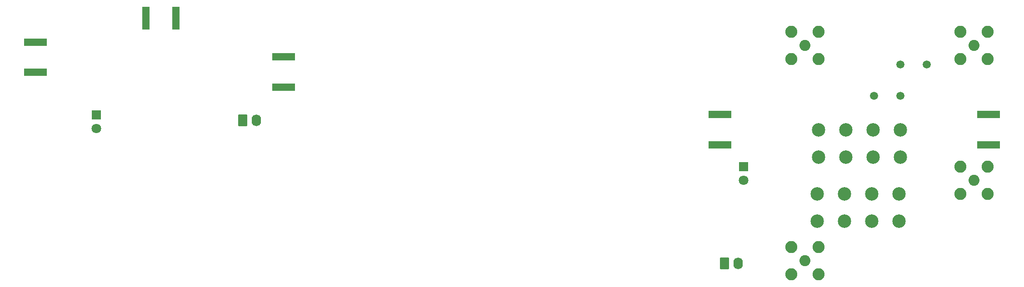
<source format=gbr>
%TF.GenerationSoftware,KiCad,Pcbnew,7.0.6-0*%
%TF.CreationDate,2023-12-30T17:19:21-06:00*%
%TF.ProjectId,MIXER_CORRELATOR,4d495845-525f-4434-9f52-52454c41544f,rev?*%
%TF.SameCoordinates,Original*%
%TF.FileFunction,Soldermask,Bot*%
%TF.FilePolarity,Negative*%
%FSLAX46Y46*%
G04 Gerber Fmt 4.6, Leading zero omitted, Abs format (unit mm)*
G04 Created by KiCad (PCBNEW 7.0.6-0) date 2023-12-30 17:19:21*
%MOMM*%
%LPD*%
G01*
G04 APERTURE LIST*
G04 Aperture macros list*
%AMRoundRect*
0 Rectangle with rounded corners*
0 $1 Rounding radius*
0 $2 $3 $4 $5 $6 $7 $8 $9 X,Y pos of 4 corners*
0 Add a 4 corners polygon primitive as box body*
4,1,4,$2,$3,$4,$5,$6,$7,$8,$9,$2,$3,0*
0 Add four circle primitives for the rounded corners*
1,1,$1+$1,$2,$3*
1,1,$1+$1,$4,$5*
1,1,$1+$1,$6,$7*
1,1,$1+$1,$8,$9*
0 Add four rect primitives between the rounded corners*
20,1,$1+$1,$2,$3,$4,$5,0*
20,1,$1+$1,$4,$5,$6,$7,0*
20,1,$1+$1,$6,$7,$8,$9,0*
20,1,$1+$1,$8,$9,$2,$3,0*%
G04 Aperture macros list end*
%ADD10R,4.200000X1.350000*%
%ADD11R,1.350000X4.200000*%
%ADD12C,1.500000*%
%ADD13RoundRect,0.250000X-0.620000X-0.845000X0.620000X-0.845000X0.620000X0.845000X-0.620000X0.845000X0*%
%ADD14O,1.740000X2.190000*%
%ADD15C,2.500000*%
%ADD16C,2.050000*%
%ADD17C,2.250000*%
%ADD18R,1.800000X1.800000*%
%ADD19C,1.800000*%
G04 APERTURE END LIST*
D10*
%TO.C,J14*%
X217171500Y-76340000D03*
X217171500Y-70690000D03*
%TD*%
D11*
%TO.C,J2*%
X65825000Y-52700000D03*
X60175000Y-52700000D03*
%TD*%
D10*
%TO.C,J1*%
X39662500Y-57175000D03*
X39662500Y-62825000D03*
%TD*%
%TO.C,J3*%
X85837500Y-65575000D03*
X85837500Y-59925000D03*
%TD*%
%TO.C,J9*%
X167170000Y-70690000D03*
X167170000Y-76340000D03*
%TD*%
D12*
%TO.C,Y3*%
X195872000Y-67165000D03*
X200752000Y-67165000D03*
%TD*%
D13*
%TO.C,J15*%
X167986000Y-98407000D03*
D14*
X170526000Y-98407000D03*
%TD*%
D15*
%TO.C,U12*%
X200498000Y-90533000D03*
X200498000Y-85453000D03*
X195418000Y-90533000D03*
X195418000Y-85453000D03*
X190338000Y-90533000D03*
X190338000Y-85453000D03*
X185258000Y-90533000D03*
X185258000Y-85453000D03*
%TD*%
D16*
%TO.C,J10*%
X182972000Y-97899000D03*
D17*
X185512000Y-100439000D03*
X185512000Y-95359000D03*
X180432000Y-100439000D03*
X180432000Y-95359000D03*
%TD*%
D15*
%TO.C,U10*%
X185512000Y-73515000D03*
X185512000Y-78595000D03*
X190592000Y-73515000D03*
X190592000Y-78595000D03*
X195672000Y-73515000D03*
X195672000Y-78595000D03*
X200752000Y-73515000D03*
X200752000Y-78595000D03*
%TD*%
D18*
%TO.C,D3*%
X171542000Y-80373000D03*
D19*
X171542000Y-82913000D03*
%TD*%
D16*
%TO.C,J13*%
X214468000Y-57767000D03*
D17*
X217008000Y-60307000D03*
X217008000Y-55227000D03*
X211928000Y-60307000D03*
X211928000Y-55227000D03*
%TD*%
D18*
%TO.C,D1*%
X51000000Y-70725000D03*
D19*
X51000000Y-73265000D03*
%TD*%
D12*
%TO.C,Y4*%
X205632000Y-61323000D03*
X200752000Y-61323000D03*
%TD*%
D16*
%TO.C,J11*%
X214468000Y-82913000D03*
D17*
X217008000Y-85453000D03*
X217008000Y-80373000D03*
X211928000Y-85453000D03*
X211928000Y-80373000D03*
%TD*%
D16*
%TO.C,J12*%
X182972000Y-57767000D03*
D17*
X185512000Y-60307000D03*
X185512000Y-55227000D03*
X180432000Y-60307000D03*
X180432000Y-55227000D03*
%TD*%
D13*
%TO.C,J4*%
X78250000Y-71750000D03*
D14*
X80790000Y-71750000D03*
%TD*%
M02*

</source>
